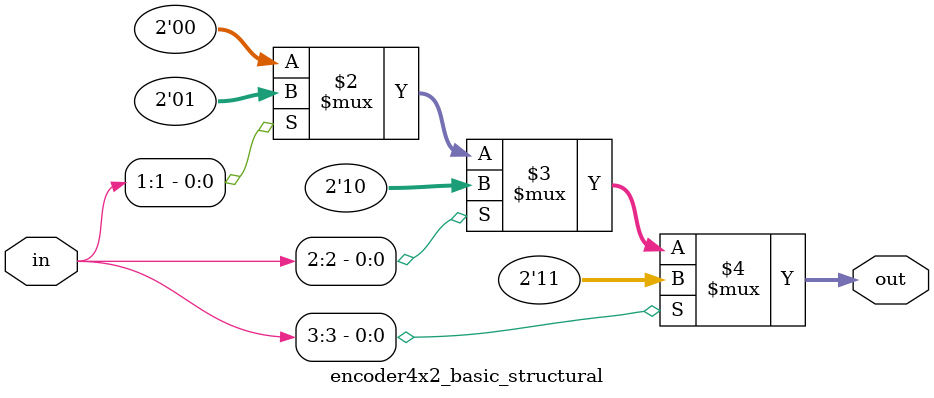
<source format=v>
module encoder4x2_basic_structural(input [3:0] in, output [1:0] out);

    assign out = (in[3]) ? 2'b11 : (in[2]) ? 2'b10 : (in[1]) ? 2'b01 : (in[0]) ? 2'b00 : 2'b00;

endmodule

</source>
